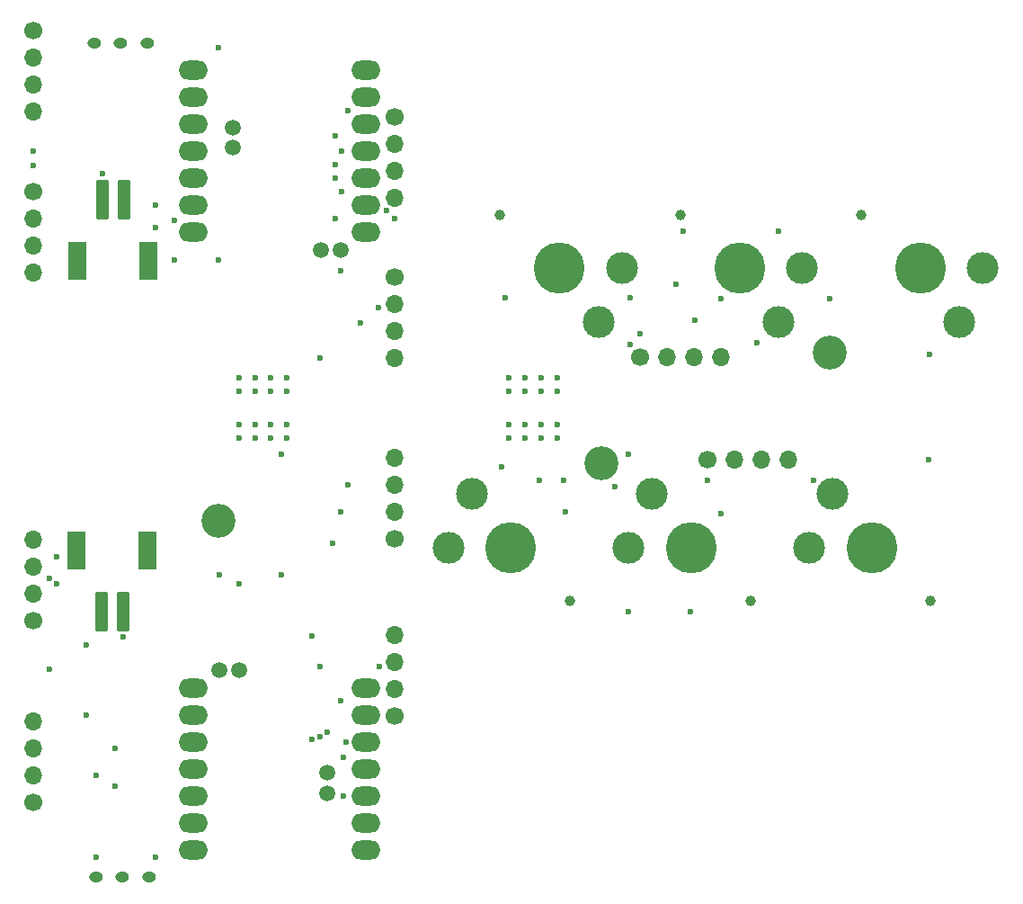
<source format=gbr>
G04 #@! TF.GenerationSoftware,KiCad,Pcbnew,9.0.0*
G04 #@! TF.CreationDate,2025-03-20T15:23:17+09:00*
G04 #@! TF.ProjectId,nofy,6e6f6679-2e6b-4696-9361-645f70636258,rev?*
G04 #@! TF.SameCoordinates,Original*
G04 #@! TF.FileFunction,Soldermask,Top*
G04 #@! TF.FilePolarity,Negative*
%FSLAX46Y46*%
G04 Gerber Fmt 4.6, Leading zero omitted, Abs format (unit mm)*
G04 Created by KiCad (PCBNEW 9.0.0) date 2025-03-20 15:23:17*
%MOMM*%
%LPD*%
G01*
G04 APERTURE LIST*
G04 Aperture macros list*
%AMRoundRect*
0 Rectangle with rounded corners*
0 $1 Rounding radius*
0 $2 $3 $4 $5 $6 $7 $8 $9 X,Y pos of 4 corners*
0 Add a 4 corners polygon primitive as box body*
4,1,4,$2,$3,$4,$5,$6,$7,$8,$9,$2,$3,0*
0 Add four circle primitives for the rounded corners*
1,1,$1+$1,$2,$3*
1,1,$1+$1,$4,$5*
1,1,$1+$1,$6,$7*
1,1,$1+$1,$8,$9*
0 Add four rect primitives between the rounded corners*
20,1,$1+$1,$2,$3,$4,$5,0*
20,1,$1+$1,$4,$5,$6,$7,0*
20,1,$1+$1,$6,$7,$8,$9,0*
20,1,$1+$1,$8,$9,$2,$3,0*%
G04 Aperture macros list end*
%ADD10C,1.700000*%
%ADD11O,1.700000X1.700000*%
%ADD12C,3.000000*%
%ADD13C,4.800000*%
%ADD14C,1.000000*%
%ADD15C,3.200000*%
%ADD16O,2.750000X1.800000*%
%ADD17C,1.500000*%
%ADD18O,1.300000X1.000000*%
%ADD19C,0.600000*%
%ADD20RoundRect,0.102000X0.500000X1.750000X-0.500000X1.750000X-0.500000X-1.750000X0.500000X-1.750000X0*%
%ADD21RoundRect,0.102000X0.750000X1.700000X-0.750000X1.700000X-0.750000X-1.700000X0.750000X-1.700000X0*%
%ADD22RoundRect,0.102000X-0.500000X-1.750000X0.500000X-1.750000X0.500000X1.750000X-0.500000X1.750000X0*%
%ADD23RoundRect,0.102000X-0.750000X-1.700000X0.750000X-1.700000X0.750000X1.700000X-0.750000X1.700000X0*%
G04 APERTURE END LIST*
D10*
X22685000Y-81485000D03*
D11*
X22685000Y-78945000D03*
X22685000Y-76405000D03*
X22685000Y-73865000D03*
D12*
X63950000Y-69553600D03*
D13*
X67650000Y-74553600D03*
D12*
X61750000Y-74553600D03*
D14*
X73200000Y-79553600D03*
D12*
X80950000Y-69553600D03*
D13*
X84650000Y-74553600D03*
D12*
X78750000Y-74553600D03*
D14*
X90200000Y-79553600D03*
D15*
X97700000Y-56203600D03*
D16*
X54005000Y-103065000D03*
X54005000Y-100525000D03*
X54005000Y-97985000D03*
X54005000Y-95445000D03*
X54005000Y-92905000D03*
X54005000Y-90365000D03*
X54005000Y-87825000D03*
X37765000Y-87825000D03*
X37765000Y-90365000D03*
X37765000Y-92905000D03*
X37765000Y-95445000D03*
X37765000Y-97985000D03*
X37765000Y-100525000D03*
X37765000Y-103065000D03*
D17*
X42049600Y-86133000D03*
X40170000Y-86133000D03*
X50330000Y-95762000D03*
X50330000Y-97667000D03*
D18*
X33585000Y-105595000D03*
X31085000Y-105595000D03*
X28585000Y-105595000D03*
D19*
X67500000Y-64300000D03*
X69000000Y-64300000D03*
X70500000Y-64300000D03*
X72000000Y-64300000D03*
X67500000Y-63000000D03*
X69000000Y-63000000D03*
X70500000Y-63000000D03*
X72000000Y-63000000D03*
D12*
X97950000Y-69553600D03*
D13*
X101650000Y-74553600D03*
D12*
X95750000Y-74553600D03*
D14*
X107200000Y-79553600D03*
D10*
X22703600Y-41076100D03*
D11*
X22703600Y-43616100D03*
X22703600Y-46156100D03*
X22703600Y-48696100D03*
D10*
X56685000Y-73745000D03*
D11*
X56685000Y-71205000D03*
X56685000Y-68665000D03*
X56685000Y-66125000D03*
D19*
X42050000Y-59850000D03*
X43550000Y-59850000D03*
X45050000Y-59850000D03*
X46550000Y-59850000D03*
X42050000Y-58550000D03*
X43550000Y-58550000D03*
X45050000Y-58550000D03*
X46550000Y-58550000D03*
D12*
X109900000Y-53303600D03*
D13*
X106200000Y-48303600D03*
D12*
X112100000Y-48303600D03*
D14*
X100650000Y-43303600D03*
D20*
X31196400Y-41832100D03*
X29196400Y-41832100D03*
D21*
X26846400Y-47582100D03*
X33546400Y-47582100D03*
D10*
X22685000Y-98545000D03*
D11*
X22685000Y-96005000D03*
X22685000Y-93465000D03*
X22685000Y-90925000D03*
D10*
X79860000Y-56603600D03*
D11*
X82400000Y-56603600D03*
X84940000Y-56603600D03*
X87480000Y-56603600D03*
D10*
X56703600Y-34071100D03*
D11*
X56703600Y-36611100D03*
X56703600Y-39151100D03*
X56703600Y-41691100D03*
D10*
X86150000Y-66253600D03*
D11*
X88690000Y-66253600D03*
X91230000Y-66253600D03*
X93770000Y-66253600D03*
D15*
X76150000Y-66653600D03*
D22*
X29100000Y-80625000D03*
X31100000Y-80625000D03*
D23*
X33450000Y-74875000D03*
X26750000Y-74875000D03*
D10*
X22703600Y-25931100D03*
D11*
X22703600Y-28471100D03*
X22703600Y-31011100D03*
X22703600Y-33551100D03*
D16*
X37783600Y-29631100D03*
X37783600Y-32171100D03*
X37783600Y-34711100D03*
X37783600Y-37251100D03*
X37783600Y-39791100D03*
X37783600Y-42331100D03*
X37783600Y-44871100D03*
X54023600Y-44871100D03*
X54023600Y-42331100D03*
X54023600Y-39791100D03*
X54023600Y-37251100D03*
X54023600Y-34711100D03*
X54023600Y-32171100D03*
X54023600Y-29631100D03*
D17*
X49739000Y-46563100D03*
X51618600Y-46563100D03*
X41458600Y-36934100D03*
X41458600Y-35029100D03*
D18*
X28403600Y-27121100D03*
X30903600Y-27121100D03*
X33403600Y-27121100D03*
D10*
X56703600Y-49131100D03*
D11*
X56703600Y-51671100D03*
X56703600Y-54211100D03*
X56703600Y-56751100D03*
D19*
X67500000Y-59850000D03*
X69000000Y-59850000D03*
X70500000Y-59850000D03*
X72000000Y-59850000D03*
X67500000Y-58550000D03*
X69000000Y-58550000D03*
X70500000Y-58550000D03*
X72000000Y-58550000D03*
D12*
X75900000Y-53303600D03*
D13*
X72200000Y-48303600D03*
D12*
X78100000Y-48303600D03*
D14*
X66650000Y-43303600D03*
D12*
X92900000Y-53303600D03*
D13*
X89200000Y-48303600D03*
D12*
X95100000Y-48303600D03*
D14*
X83650000Y-43303600D03*
D19*
X42050000Y-64300000D03*
X43550000Y-64300000D03*
X45050000Y-64300000D03*
X46550000Y-64300000D03*
X42050000Y-63000000D03*
X43550000Y-63000000D03*
X45050000Y-63000000D03*
X46550000Y-63000000D03*
D10*
X56685000Y-90445000D03*
D11*
X56685000Y-87905000D03*
X56685000Y-85365000D03*
X56685000Y-82825000D03*
D15*
X40100000Y-72050000D03*
D19*
X50380700Y-91958400D03*
X31119798Y-82965202D03*
X29200000Y-39400000D03*
X72660200Y-68261600D03*
X70363100Y-68261600D03*
X84536000Y-80597300D03*
X78750000Y-80597300D03*
X92827000Y-44814900D03*
X83876700Y-44814900D03*
X35952900Y-43775700D03*
X35952900Y-47526900D03*
X40116500Y-47526900D03*
X34223200Y-103710400D03*
X28585000Y-103710400D03*
X28585000Y-96005000D03*
X40116500Y-27495100D03*
X72761400Y-71247600D03*
X87420000Y-71414700D03*
X106971600Y-66253600D03*
X78891600Y-51014000D03*
X67131100Y-51014000D03*
X78891600Y-55451900D03*
X84950000Y-53166100D03*
X83250000Y-49800000D03*
X97700000Y-51161800D03*
X87480000Y-51161800D03*
X78690200Y-65820800D03*
X96202700Y-68208100D03*
X77467400Y-68864000D03*
X86150000Y-68208100D03*
X66800000Y-67000000D03*
X90848300Y-55300000D03*
X107100000Y-56413200D03*
X79860000Y-54424200D03*
X52346900Y-33418800D03*
X51098900Y-38521100D03*
X51098900Y-35822000D03*
X51741800Y-37251100D03*
X51741800Y-41061100D03*
X49700000Y-56750000D03*
X56703600Y-43622900D03*
X51119100Y-39791100D03*
X51119100Y-43622900D03*
X53523600Y-53451100D03*
X55927500Y-42877200D03*
X55143700Y-51996600D03*
X22703600Y-37251100D03*
X51618600Y-48550000D03*
X34151100Y-42331100D03*
X34151100Y-44452400D03*
X22703600Y-38640600D03*
X30401700Y-97070500D03*
X30401700Y-93465000D03*
X24226550Y-77444387D03*
X24233700Y-86034200D03*
X27647200Y-83750000D03*
X27650000Y-90357100D03*
X24855800Y-75400000D03*
X24855800Y-77938400D03*
X42049600Y-77938400D03*
X51855000Y-97985000D03*
X55295800Y-85739100D03*
X49705700Y-92400000D03*
X49704000Y-85739100D03*
X51855000Y-94300000D03*
X48903997Y-92600000D03*
X48950000Y-82850000D03*
X40170000Y-77147900D03*
X46081900Y-77147900D03*
X46081900Y-65790300D03*
X52328300Y-68650000D03*
X51630000Y-71223700D03*
X51630000Y-89000000D03*
X50850000Y-74185800D03*
X52126800Y-92905000D03*
M02*

</source>
